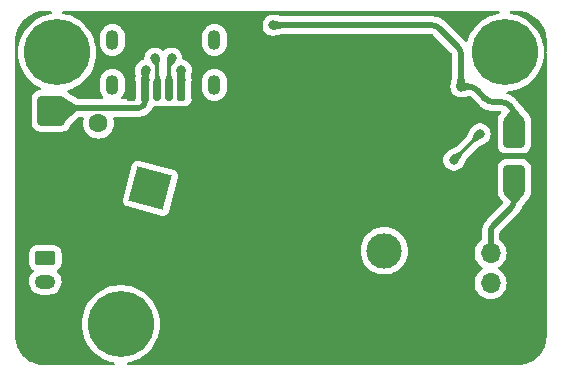
<source format=gbr>
%TF.GenerationSoftware,KiCad,Pcbnew,7.0.8*%
%TF.CreationDate,2025-01-10T13:03:08+01:00*%
%TF.ProjectId,LIR2032-charger,4c495232-3033-4322-9d63-686172676572,rev?*%
%TF.SameCoordinates,Original*%
%TF.FileFunction,Copper,L2,Bot*%
%TF.FilePolarity,Positive*%
%FSLAX46Y46*%
G04 Gerber Fmt 4.6, Leading zero omitted, Abs format (unit mm)*
G04 Created by KiCad (PCBNEW 7.0.8) date 2025-01-10 13:03:08*
%MOMM*%
%LPD*%
G01*
G04 APERTURE LIST*
G04 Aperture macros list*
%AMRoundRect*
0 Rectangle with rounded corners*
0 $1 Rounding radius*
0 $2 $3 $4 $5 $6 $7 $8 $9 X,Y pos of 4 corners*
0 Add a 4 corners polygon primitive as box body*
4,1,4,$2,$3,$4,$5,$6,$7,$8,$9,$2,$3,0*
0 Add four circle primitives for the rounded corners*
1,1,$1+$1,$2,$3*
1,1,$1+$1,$4,$5*
1,1,$1+$1,$6,$7*
1,1,$1+$1,$8,$9*
0 Add four rect primitives between the rounded corners*
20,1,$1+$1,$2,$3,$4,$5,0*
20,1,$1+$1,$4,$5,$6,$7,0*
20,1,$1+$1,$6,$7,$8,$9,0*
20,1,$1+$1,$8,$9,$2,$3,0*%
%AMRotRect*
0 Rectangle, with rotation*
0 The origin of the aperture is its center*
0 $1 length*
0 $2 width*
0 $3 Rotation angle, in degrees counterclockwise*
0 Add horizontal line*
21,1,$1,$2,0,0,$3*%
G04 Aperture macros list end*
%TA.AperFunction,ComponentPad*%
%ADD10R,1.700000X1.700000*%
%TD*%
%TA.AperFunction,ComponentPad*%
%ADD11O,1.700000X1.700000*%
%TD*%
%TA.AperFunction,ComponentPad*%
%ADD12C,5.600000*%
%TD*%
%TA.AperFunction,ComponentPad*%
%ADD13RotRect,3.000000X3.000000X345.000000*%
%TD*%
%TA.AperFunction,ComponentPad*%
%ADD14C,3.000000*%
%TD*%
%TA.AperFunction,ComponentPad*%
%ADD15C,1.600000*%
%TD*%
%TA.AperFunction,ComponentPad*%
%ADD16O,1.600000X1.600000*%
%TD*%
%TA.AperFunction,SMDPad,CuDef*%
%ADD17RoundRect,0.250000X0.900000X-1.000000X0.900000X1.000000X-0.900000X1.000000X-0.900000X-1.000000X0*%
%TD*%
%TA.AperFunction,SMDPad,CuDef*%
%ADD18RoundRect,0.175000X-0.175000X-0.750000X0.175000X-0.750000X0.175000X0.750000X-0.175000X0.750000X0*%
%TD*%
%TA.AperFunction,SMDPad,CuDef*%
%ADD19RoundRect,0.190000X0.190000X0.735000X-0.190000X0.735000X-0.190000X-0.735000X0.190000X-0.735000X0*%
%TD*%
%TA.AperFunction,SMDPad,CuDef*%
%ADD20RoundRect,0.200000X0.200000X0.725000X-0.200000X0.725000X-0.200000X-0.725000X0.200000X-0.725000X0*%
%TD*%
%TA.AperFunction,SMDPad,CuDef*%
%ADD21RoundRect,0.175000X0.175000X0.750000X-0.175000X0.750000X-0.175000X-0.750000X0.175000X-0.750000X0*%
%TD*%
%TA.AperFunction,SMDPad,CuDef*%
%ADD22RoundRect,0.190000X-0.190000X-0.735000X0.190000X-0.735000X0.190000X0.735000X-0.190000X0.735000X0*%
%TD*%
%TA.AperFunction,SMDPad,CuDef*%
%ADD23RoundRect,0.200000X-0.200000X-0.725000X0.200000X-0.725000X0.200000X0.725000X-0.200000X0.725000X0*%
%TD*%
%TA.AperFunction,ComponentPad*%
%ADD24O,1.100000X1.700000*%
%TD*%
%TA.AperFunction,ComponentPad*%
%ADD25RoundRect,0.250000X-0.625000X0.350000X-0.625000X-0.350000X0.625000X-0.350000X0.625000X0.350000X0*%
%TD*%
%TA.AperFunction,ComponentPad*%
%ADD26O,1.750000X1.200000*%
%TD*%
%TA.AperFunction,SMDPad,CuDef*%
%ADD27RoundRect,0.250000X0.650000X-1.000000X0.650000X1.000000X-0.650000X1.000000X-0.650000X-1.000000X0*%
%TD*%
%TA.AperFunction,ViaPad*%
%ADD28C,0.800000*%
%TD*%
%TA.AperFunction,Conductor*%
%ADD29C,0.500000*%
%TD*%
%TA.AperFunction,Conductor*%
%ADD30C,0.300000*%
%TD*%
G04 APERTURE END LIST*
D10*
%TO.P,J3,1,Pin_1*%
%TO.N,GND*%
X156300000Y-73680000D03*
D11*
%TO.P,J3,2,Pin_2*%
%TO.N,VCC*%
X156300000Y-71140000D03*
%TO.P,J3,3,Pin_3*%
X156300000Y-68600000D03*
%TD*%
D12*
%TO.P,H3,1*%
%TO.N,N/C*%
X125000000Y-74600000D03*
%TD*%
%TO.P,H1,1*%
%TO.N,N/C*%
X157500000Y-51600000D03*
%TD*%
%TO.P,H2,1*%
%TO.N,N/C*%
X119600000Y-51600000D03*
%TD*%
D13*
%TO.P,J1,1,Pin_1*%
%TO.N,+BATT*%
X127508180Y-63096798D03*
D14*
%TO.P,J1,2,Pin_2*%
%TO.N,-BATT*%
X147300000Y-68400000D03*
%TD*%
D15*
%TO.P,R13,1*%
%TO.N,Net-(U1-PROG)*%
X123100000Y-57590000D03*
D16*
%TO.P,R13,2*%
%TO.N,GND*%
X123100000Y-65210000D03*
%TD*%
D17*
%TO.P,D4,1,A1*%
%TO.N,GND*%
X119100000Y-60850000D03*
%TO.P,D4,2,A2*%
%TO.N,VBUS*%
X119100000Y-56550000D03*
%TD*%
D18*
%TO.P,J4,A5,CC1*%
%TO.N,Net-(J4-CC1)*%
X128100000Y-54752500D03*
D19*
%TO.P,J4,A9,VBUS*%
%TO.N,VBUS*%
X130120000Y-54752500D03*
D20*
%TO.P,J4,A12,GND*%
%TO.N,GND*%
X131350000Y-54752500D03*
D21*
%TO.P,J4,B5,CC2*%
%TO.N,Net-(J4-CC2)*%
X129100000Y-54752500D03*
D22*
%TO.P,J4,B9,VBUS*%
%TO.N,VBUS*%
X127080000Y-54752500D03*
D23*
%TO.P,J4,B12,GND*%
%TO.N,GND*%
X125850000Y-54752500D03*
D24*
%TO.P,J4,S1,SHIELD*%
%TO.N,unconnected-(J4-SHIELD-PadS1)*%
X124280000Y-50547500D03*
X124280000Y-54347500D03*
X132920000Y-50547500D03*
X132920000Y-54347500D03*
%TD*%
D25*
%TO.P,J2,1,Pin_1*%
%TO.N,+BATT*%
X118600000Y-69000000D03*
D26*
%TO.P,J2,2,Pin_2*%
%TO.N,-BATT*%
X118600000Y-71000000D03*
%TD*%
D27*
%TO.P,D1,1,K*%
%TO.N,VCC*%
X158300000Y-62400000D03*
%TO.P,D1,2,A*%
%TO.N,VBUS*%
X158300000Y-58400000D03*
%TD*%
D28*
%TO.N,GND*%
X140100000Y-76700000D03*
X136500000Y-76000000D03*
X143800000Y-67400000D03*
X137900000Y-57600000D03*
X129400000Y-60500000D03*
X125300000Y-59900000D03*
X123100000Y-59900000D03*
X123100000Y-61400000D03*
X123100000Y-62900000D03*
X120500000Y-76300000D03*
X117400000Y-76300000D03*
X157300000Y-77100000D03*
X160200000Y-64900000D03*
X159900000Y-55400000D03*
X154100000Y-49000000D03*
X152100000Y-64900000D03*
X151500000Y-61900000D03*
X150600000Y-60600000D03*
X153900000Y-73600000D03*
X117300000Y-62900000D03*
X150600000Y-77100000D03*
X147100000Y-73600000D03*
X150200000Y-64000000D03*
X129400000Y-58800000D03*
X150200000Y-53000000D03*
X152200000Y-54500000D03*
X119100000Y-64300000D03*
X150200000Y-65200000D03*
X126700000Y-59200000D03*
X124300000Y-48800000D03*
X151200000Y-52300000D03*
X151200000Y-53700000D03*
X124600000Y-52400000D03*
X151900000Y-71800000D03*
X143400000Y-62400000D03*
X137900000Y-55000000D03*
X119100000Y-62900000D03*
X131500000Y-57700000D03*
X148800000Y-62400000D03*
X150500000Y-70100000D03*
X148600000Y-71800000D03*
X147100000Y-77100000D03*
X119100000Y-65700000D03*
X125600000Y-53100000D03*
X155000000Y-57000000D03*
X134400000Y-55100000D03*
X140120000Y-71400000D03*
X134400000Y-57800000D03*
X135800000Y-53600000D03*
X137200000Y-53600000D03*
X117300000Y-64300000D03*
X125900000Y-52000000D03*
X143000000Y-60200000D03*
X120900000Y-65700000D03*
X147600000Y-57200000D03*
X151200000Y-50900000D03*
X148600000Y-75300000D03*
X149900000Y-57200000D03*
X120900000Y-64300000D03*
X134400000Y-53600000D03*
X152200000Y-53100000D03*
X145100000Y-75300000D03*
X117300000Y-65700000D03*
X150600000Y-73600000D03*
X151900000Y-75300000D03*
X131700000Y-53000000D03*
X120900000Y-62900000D03*
X151000000Y-56300000D03*
X132900000Y-48800000D03*
X153900000Y-77100000D03*
X150200000Y-66400000D03*
X152200000Y-51800000D03*
%TO.N,VBUS*%
X153800000Y-54500000D03*
X137900000Y-49300000D03*
X130100000Y-53100000D03*
X127100000Y-53100000D03*
%TO.N,Net-(Q1-G)*%
X155400000Y-58500000D03*
X153200000Y-60700000D03*
%TO.N,Net-(J4-CC1)*%
X127900000Y-52100000D03*
%TO.N,Net-(J4-CC2)*%
X129300000Y-52100000D03*
%TD*%
D29*
%TO.N,VCC*%
X158300000Y-62400000D02*
X158300000Y-64085786D01*
X156300000Y-66914214D02*
X156300000Y-68560000D01*
X158007107Y-64792893D02*
X156592893Y-66207107D01*
X156592886Y-66207100D02*
G75*
G03*
X156300000Y-66914214I707114J-707100D01*
G01*
X158007114Y-64792900D02*
G75*
G03*
X158300000Y-64085786I-707114J707100D01*
G01*
%TO.N,VBUS*%
X127080000Y-54752500D02*
X127080000Y-53120000D01*
X157892893Y-56092893D02*
X158007107Y-56207107D01*
X153800000Y-54500000D02*
X154435786Y-54500000D01*
X151992893Y-49592893D02*
X153507107Y-51107107D01*
X153800000Y-51814214D02*
X153800000Y-54500000D01*
X119203553Y-56446447D02*
X119100000Y-56550000D01*
X137900000Y-49300000D02*
X151285786Y-49300000D01*
X127080000Y-53120000D02*
X127100000Y-53100000D01*
X155142893Y-54792893D02*
X155857107Y-55507107D01*
X126492893Y-56300000D02*
X119557107Y-56300000D01*
X130100000Y-53100000D02*
X130100000Y-54732500D01*
X126933553Y-56066447D02*
X126846446Y-56153554D01*
X130100000Y-54732500D02*
X130120000Y-54752500D01*
X158300000Y-56914214D02*
X158300000Y-58400000D01*
X156564214Y-55800000D02*
X157185786Y-55800000D01*
X127080000Y-54752500D02*
X127080000Y-55712893D01*
X153799990Y-51814214D02*
G75*
G03*
X153507107Y-51107107I-999990J14D01*
G01*
X119557107Y-56300005D02*
G75*
G03*
X119203553Y-56446447I-7J-499995D01*
G01*
X151992900Y-49592886D02*
G75*
G03*
X151285786Y-49300000I-707100J-707114D01*
G01*
X158299990Y-56914214D02*
G75*
G03*
X158007107Y-56207107I-999990J14D01*
G01*
X157892900Y-56092886D02*
G75*
G03*
X157185786Y-55800000I-707100J-707114D01*
G01*
X155857100Y-55507114D02*
G75*
G03*
X156564214Y-55800000I707100J707114D01*
G01*
X126492893Y-56299995D02*
G75*
G03*
X126846446Y-56153554I7J499995D01*
G01*
X155142900Y-54792886D02*
G75*
G03*
X154435786Y-54500000I-707100J-707114D01*
G01*
X126933556Y-56066450D02*
G75*
G03*
X127080000Y-55712893I-353556J353550D01*
G01*
D30*
%TO.N,Net-(Q1-G)*%
X155400000Y-58500000D02*
X153200000Y-60700000D01*
%TO.N,Net-(J4-CC1)*%
X127900000Y-52100000D02*
X128100000Y-52300000D01*
X128100000Y-52300000D02*
X128100000Y-54752500D01*
%TO.N,Net-(J4-CC2)*%
X129300000Y-52100000D02*
X129100000Y-52300000D01*
X129100000Y-52300000D02*
X129100000Y-54752500D01*
%TD*%
%TA.AperFunction,Conductor*%
%TO.N,GND*%
G36*
X119122765Y-48110185D02*
G01*
X119168520Y-48162989D01*
X119178464Y-48232147D01*
X119149439Y-48295703D01*
X119090661Y-48333477D01*
X119069133Y-48337773D01*
X119065255Y-48338194D01*
X118715726Y-48415131D01*
X118459970Y-48501306D01*
X118376565Y-48529409D01*
X118376563Y-48529410D01*
X118376552Y-48529414D01*
X118051755Y-48679680D01*
X118051751Y-48679682D01*
X117901800Y-48769905D01*
X117745081Y-48864200D01*
X117721796Y-48881901D01*
X117460172Y-49080781D01*
X117460163Y-49080789D01*
X117200331Y-49326914D01*
X116968641Y-49599680D01*
X116968634Y-49599690D01*
X116767790Y-49895913D01*
X116767784Y-49895922D01*
X116600151Y-50212111D01*
X116600142Y-50212129D01*
X116467674Y-50544600D01*
X116467672Y-50544607D01*
X116371932Y-50889434D01*
X116371926Y-50889460D01*
X116314029Y-51242614D01*
X116314028Y-51242627D01*
X116314028Y-51242629D01*
X116310058Y-51315848D01*
X116298318Y-51532382D01*
X116275033Y-51598258D01*
X116269699Y-51602395D01*
X116293477Y-51639395D01*
X116298318Y-51667617D01*
X116310542Y-51893084D01*
X116314028Y-51957368D01*
X116314029Y-51957385D01*
X116371926Y-52310539D01*
X116371932Y-52310565D01*
X116467672Y-52655392D01*
X116467674Y-52655399D01*
X116600142Y-52987870D01*
X116600151Y-52987888D01*
X116767784Y-53304077D01*
X116767787Y-53304082D01*
X116767789Y-53304085D01*
X116962561Y-53591353D01*
X116968634Y-53600309D01*
X116968641Y-53600319D01*
X117177931Y-53846714D01*
X117200332Y-53873086D01*
X117460163Y-54119211D01*
X117745081Y-54335800D01*
X118051747Y-54520315D01*
X118153298Y-54567297D01*
X118205875Y-54613310D01*
X118225229Y-54680446D01*
X118205215Y-54747388D01*
X118152187Y-54792882D01*
X118113833Y-54803194D01*
X118047202Y-54810001D01*
X118047200Y-54810001D01*
X117880668Y-54865185D01*
X117880663Y-54865187D01*
X117731342Y-54957289D01*
X117607289Y-55081342D01*
X117515187Y-55230663D01*
X117515185Y-55230668D01*
X117514097Y-55233952D01*
X117460001Y-55397203D01*
X117460001Y-55397204D01*
X117460000Y-55397204D01*
X117449500Y-55499983D01*
X117449500Y-57600001D01*
X117449501Y-57600018D01*
X117460000Y-57702796D01*
X117460001Y-57702799D01*
X117501195Y-57827112D01*
X117515186Y-57869334D01*
X117607288Y-58018656D01*
X117731344Y-58142712D01*
X117880666Y-58234814D01*
X118047203Y-58289999D01*
X118149991Y-58300500D01*
X120050008Y-58300499D01*
X120152797Y-58289999D01*
X120319334Y-58234814D01*
X120468656Y-58142712D01*
X120592712Y-58018656D01*
X120684814Y-57869334D01*
X120739999Y-57702797D01*
X120739999Y-57702787D01*
X120740991Y-57698157D01*
X120774267Y-57636720D01*
X120780686Y-57630700D01*
X121283066Y-57192147D01*
X121410291Y-57081086D01*
X121473740Y-57051828D01*
X121491837Y-57050500D01*
X121736581Y-57050500D01*
X121803620Y-57070185D01*
X121849375Y-57122989D01*
X121859319Y-57192147D01*
X121856356Y-57206593D01*
X121814366Y-57363302D01*
X121814364Y-57363313D01*
X121794532Y-57589998D01*
X121794532Y-57590001D01*
X121814364Y-57816686D01*
X121814366Y-57816697D01*
X121873258Y-58036488D01*
X121873261Y-58036497D01*
X121969431Y-58242732D01*
X121969432Y-58242734D01*
X122099954Y-58429141D01*
X122260858Y-58590045D01*
X122260861Y-58590047D01*
X122447266Y-58720568D01*
X122653504Y-58816739D01*
X122873308Y-58875635D01*
X123035230Y-58889801D01*
X123099998Y-58895468D01*
X123100000Y-58895468D01*
X123100002Y-58895468D01*
X123156673Y-58890509D01*
X123326692Y-58875635D01*
X123546496Y-58816739D01*
X123752734Y-58720568D01*
X123939139Y-58590047D01*
X124100047Y-58429139D01*
X124230568Y-58242734D01*
X124326739Y-58036496D01*
X124385635Y-57816692D01*
X124405468Y-57590000D01*
X124385635Y-57363308D01*
X124343644Y-57206593D01*
X124345307Y-57136743D01*
X124384470Y-57078881D01*
X124448698Y-57051377D01*
X124463419Y-57050500D01*
X126538663Y-57050500D01*
X126538796Y-57050495D01*
X126591299Y-57050497D01*
X126785709Y-57019708D01*
X126972909Y-56958885D01*
X127148289Y-56869527D01*
X127307532Y-56753834D01*
X127308016Y-56753349D01*
X127308034Y-56753335D01*
X127398253Y-56663114D01*
X127398258Y-56663110D01*
X127408464Y-56652904D01*
X127408465Y-56652904D01*
X127418137Y-56643231D01*
X127427920Y-56633449D01*
X127427933Y-56633441D01*
X127464244Y-56597129D01*
X127464245Y-56597130D01*
X127533836Y-56527538D01*
X127549916Y-56505403D01*
X127553939Y-56500430D01*
X127558608Y-56495231D01*
X127562915Y-56487966D01*
X127566083Y-56483150D01*
X127649530Y-56368294D01*
X127713862Y-56242030D01*
X127761835Y-56191235D01*
X127829655Y-56174439D01*
X127835556Y-56174833D01*
X127870406Y-56178000D01*
X127870409Y-56178000D01*
X128329591Y-56178000D01*
X128329594Y-56178000D01*
X128397657Y-56171815D01*
X128481088Y-56145816D01*
X128561432Y-56120781D01*
X128562286Y-56123521D01*
X128618273Y-56115764D01*
X128638299Y-56121643D01*
X128638568Y-56120781D01*
X128738236Y-56151838D01*
X128802343Y-56171815D01*
X128870406Y-56178000D01*
X128870409Y-56178000D01*
X129329591Y-56178000D01*
X129329594Y-56178000D01*
X129397657Y-56171815D01*
X129481088Y-56145816D01*
X129561432Y-56120781D01*
X129562209Y-56123277D01*
X129619104Y-56115404D01*
X129637697Y-56119662D01*
X129644528Y-56121790D01*
X129644529Y-56121791D01*
X129804620Y-56171677D01*
X129874199Y-56178000D01*
X130365800Y-56177999D01*
X130365808Y-56177999D01*
X130435376Y-56171678D01*
X130435383Y-56171676D01*
X130595471Y-56121791D01*
X130738972Y-56035042D01*
X130857542Y-55916472D01*
X130944291Y-55772971D01*
X130994177Y-55612880D01*
X131000500Y-55543301D01*
X131000499Y-54699104D01*
X131869500Y-54699104D01*
X131884699Y-54853432D01*
X131898977Y-54900500D01*
X131944768Y-55051454D01*
X132042315Y-55233950D01*
X132042317Y-55233952D01*
X132173589Y-55393910D01*
X132270209Y-55473202D01*
X132333550Y-55525185D01*
X132516046Y-55622732D01*
X132714066Y-55682800D01*
X132714065Y-55682800D01*
X132732529Y-55684618D01*
X132920000Y-55703083D01*
X133125934Y-55682800D01*
X133323954Y-55622732D01*
X133506450Y-55525185D01*
X133666410Y-55393910D01*
X133797685Y-55233950D01*
X133895232Y-55051454D01*
X133955300Y-54853434D01*
X133970500Y-54699108D01*
X133970500Y-53995892D01*
X133955300Y-53841566D01*
X133895232Y-53643546D01*
X133797685Y-53461050D01*
X133745702Y-53397709D01*
X133666410Y-53301089D01*
X133537160Y-53195018D01*
X133506450Y-53169815D01*
X133323954Y-53072268D01*
X133125934Y-53012200D01*
X133125932Y-53012199D01*
X133125934Y-53012199D01*
X132920000Y-52991917D01*
X132714067Y-53012199D01*
X132516043Y-53072269D01*
X132405898Y-53131143D01*
X132333550Y-53169815D01*
X132333548Y-53169816D01*
X132333547Y-53169817D01*
X132173589Y-53301089D01*
X132042317Y-53461047D01*
X131944769Y-53643543D01*
X131884699Y-53841567D01*
X131869500Y-53995895D01*
X131869500Y-54699104D01*
X131000499Y-54699104D01*
X131000499Y-53961700D01*
X131000499Y-53961699D01*
X131000499Y-53961691D01*
X130994178Y-53892127D01*
X130994177Y-53892125D01*
X130994177Y-53892120D01*
X130978241Y-53840982D01*
X130973570Y-53819347D01*
X130972140Y-53807803D01*
X130925984Y-53638459D01*
X130923745Y-53583005D01*
X130969183Y-53340667D01*
X130971152Y-53332946D01*
X130985674Y-53288256D01*
X130993913Y-53209855D01*
X130994630Y-53204947D01*
X130996384Y-53195598D01*
X130999604Y-53172669D01*
X131000888Y-53159016D01*
X131000825Y-53147673D01*
X131001162Y-53140877D01*
X131005460Y-53100000D01*
X130985674Y-52911744D01*
X130927179Y-52731716D01*
X130832533Y-52567784D01*
X130705871Y-52427112D01*
X130705870Y-52427111D01*
X130552734Y-52315851D01*
X130552729Y-52315848D01*
X130379807Y-52238857D01*
X130379802Y-52238855D01*
X130303679Y-52222675D01*
X130242197Y-52189482D01*
X130208421Y-52128319D01*
X130205460Y-52101385D01*
X130205460Y-52100002D01*
X130205460Y-52100000D01*
X130185674Y-51911744D01*
X130127179Y-51731716D01*
X130032533Y-51567784D01*
X129905871Y-51427112D01*
X129905863Y-51427106D01*
X129752734Y-51315851D01*
X129752729Y-51315848D01*
X129579807Y-51238857D01*
X129579802Y-51238855D01*
X129434001Y-51207865D01*
X129394646Y-51199500D01*
X129205354Y-51199500D01*
X129172897Y-51206398D01*
X129020197Y-51238855D01*
X129020192Y-51238857D01*
X128847270Y-51315848D01*
X128847265Y-51315851D01*
X128694135Y-51427106D01*
X128694122Y-51427117D01*
X128692144Y-51429315D01*
X128690683Y-51430214D01*
X128689305Y-51431456D01*
X128689077Y-51431203D01*
X128632655Y-51465960D01*
X128562798Y-51464625D01*
X128510875Y-51431255D01*
X128510695Y-51431456D01*
X128509467Y-51430350D01*
X128507856Y-51429315D01*
X128505877Y-51427117D01*
X128505864Y-51427106D01*
X128352734Y-51315851D01*
X128352729Y-51315848D01*
X128179807Y-51238857D01*
X128179802Y-51238855D01*
X128034001Y-51207865D01*
X127994646Y-51199500D01*
X127805354Y-51199500D01*
X127772897Y-51206398D01*
X127620197Y-51238855D01*
X127620192Y-51238857D01*
X127447270Y-51315848D01*
X127447265Y-51315851D01*
X127294129Y-51427111D01*
X127167466Y-51567785D01*
X127072821Y-51731715D01*
X127072818Y-51731722D01*
X127019174Y-51896822D01*
X127014326Y-51911744D01*
X126994540Y-52100000D01*
X126994540Y-52100002D01*
X126994540Y-52101385D01*
X126994313Y-52102155D01*
X126993861Y-52106463D01*
X126993073Y-52106380D01*
X126974855Y-52168424D01*
X126922051Y-52214179D01*
X126896321Y-52222675D01*
X126820197Y-52238855D01*
X126820192Y-52238857D01*
X126647270Y-52315848D01*
X126647265Y-52315851D01*
X126494129Y-52427111D01*
X126367466Y-52567785D01*
X126272821Y-52731715D01*
X126272818Y-52731722D01*
X126214327Y-52911740D01*
X126214326Y-52911744D01*
X126205900Y-52991917D01*
X126194540Y-53100001D01*
X126202776Y-53178374D01*
X126203105Y-53183671D01*
X126203321Y-53195018D01*
X126203322Y-53195026D01*
X126206419Y-53213994D01*
X126206886Y-53217482D01*
X126214325Y-53288254D01*
X126214326Y-53288257D01*
X126219889Y-53305380D01*
X126224336Y-53323708D01*
X126268046Y-53591353D01*
X126266450Y-53639400D01*
X126222974Y-53826534D01*
X126217673Y-53851664D01*
X126217293Y-53851583D01*
X126214604Y-53863937D01*
X126205824Y-53892113D01*
X126205823Y-53892119D01*
X126205823Y-53892120D01*
X126199500Y-53961699D01*
X126199500Y-54747388D01*
X126199501Y-55425500D01*
X126179816Y-55492539D01*
X126127013Y-55538294D01*
X126075501Y-55549500D01*
X125160897Y-55549500D01*
X125093858Y-55529815D01*
X125048103Y-55477011D01*
X125038159Y-55407853D01*
X125065043Y-55346836D01*
X125116486Y-55284151D01*
X125157685Y-55233950D01*
X125255232Y-55051454D01*
X125315300Y-54853434D01*
X125330500Y-54699108D01*
X125330500Y-53995892D01*
X125315300Y-53841566D01*
X125255232Y-53643546D01*
X125157685Y-53461050D01*
X125105702Y-53397709D01*
X125026410Y-53301089D01*
X124897160Y-53195018D01*
X124866450Y-53169815D01*
X124683954Y-53072268D01*
X124485934Y-53012200D01*
X124485932Y-53012199D01*
X124485934Y-53012199D01*
X124280000Y-52991917D01*
X124074067Y-53012199D01*
X123876043Y-53072269D01*
X123765898Y-53131143D01*
X123693550Y-53169815D01*
X123693548Y-53169816D01*
X123693547Y-53169817D01*
X123533589Y-53301089D01*
X123402317Y-53461047D01*
X123304769Y-53643543D01*
X123244699Y-53841567D01*
X123229500Y-53995895D01*
X123229500Y-54699104D01*
X123244699Y-54853432D01*
X123258977Y-54900500D01*
X123304768Y-55051454D01*
X123402315Y-55233950D01*
X123402317Y-55233952D01*
X123494957Y-55346836D01*
X123522269Y-55411146D01*
X123510478Y-55480013D01*
X123463325Y-55531573D01*
X123399103Y-55549500D01*
X121434481Y-55549500D01*
X121370092Y-55531472D01*
X121078342Y-55354204D01*
X120979034Y-55293864D01*
X120548854Y-55032485D01*
X120525562Y-55014194D01*
X120484984Y-54973616D01*
X120451499Y-54912293D01*
X120456483Y-54842601D01*
X120498355Y-54786668D01*
X120533069Y-54768426D01*
X120823435Y-54670591D01*
X121148253Y-54520315D01*
X121454919Y-54335800D01*
X121739837Y-54119211D01*
X121999668Y-53873086D01*
X122231365Y-53600311D01*
X122432211Y-53304085D01*
X122599853Y-52987880D01*
X122732324Y-52655403D01*
X122828071Y-52310552D01*
X122885972Y-51957371D01*
X122905348Y-51600000D01*
X122885972Y-51242629D01*
X122885353Y-51238856D01*
X122829654Y-50899104D01*
X123229500Y-50899104D01*
X123244699Y-51053432D01*
X123244700Y-51053434D01*
X123304768Y-51251454D01*
X123402315Y-51433950D01*
X123402317Y-51433952D01*
X123533589Y-51593910D01*
X123623403Y-51667617D01*
X123693550Y-51725185D01*
X123876046Y-51822732D01*
X124074066Y-51882800D01*
X124074065Y-51882800D01*
X124092529Y-51884618D01*
X124280000Y-51903083D01*
X124485934Y-51882800D01*
X124683954Y-51822732D01*
X124866450Y-51725185D01*
X125026410Y-51593910D01*
X125157685Y-51433950D01*
X125255232Y-51251454D01*
X125315300Y-51053434D01*
X125330500Y-50899108D01*
X125330500Y-50899104D01*
X131869500Y-50899104D01*
X131884699Y-51053432D01*
X131884700Y-51053434D01*
X131944768Y-51251454D01*
X132042315Y-51433950D01*
X132042317Y-51433952D01*
X132173589Y-51593910D01*
X132263403Y-51667617D01*
X132333550Y-51725185D01*
X132516046Y-51822732D01*
X132714066Y-51882800D01*
X132714065Y-51882800D01*
X132732529Y-51884618D01*
X132920000Y-51903083D01*
X133125934Y-51882800D01*
X133323954Y-51822732D01*
X133506450Y-51725185D01*
X133666410Y-51593910D01*
X133797685Y-51433950D01*
X133895232Y-51251454D01*
X133955300Y-51053434D01*
X133970500Y-50899108D01*
X133970500Y-50195892D01*
X133955300Y-50041566D01*
X133895232Y-49843546D01*
X133797685Y-49661050D01*
X133693014Y-49533507D01*
X133666410Y-49501089D01*
X133548677Y-49404469D01*
X133506450Y-49369815D01*
X133323954Y-49272268D01*
X133125934Y-49212200D01*
X133125932Y-49212199D01*
X133125934Y-49212199D01*
X132920000Y-49191917D01*
X132714067Y-49212199D01*
X132516043Y-49272269D01*
X132413811Y-49326914D01*
X132333550Y-49369815D01*
X132333548Y-49369816D01*
X132333547Y-49369817D01*
X132173589Y-49501089D01*
X132042317Y-49661047D01*
X132042315Y-49661050D01*
X132034873Y-49674973D01*
X131944769Y-49843543D01*
X131884699Y-50041567D01*
X131869500Y-50195895D01*
X131869500Y-50899104D01*
X125330500Y-50899104D01*
X125330500Y-50195892D01*
X125315300Y-50041566D01*
X125255232Y-49843546D01*
X125157685Y-49661050D01*
X125053014Y-49533507D01*
X125026410Y-49501089D01*
X124908677Y-49404469D01*
X124866450Y-49369815D01*
X124683954Y-49272268D01*
X124485934Y-49212200D01*
X124485932Y-49212199D01*
X124485934Y-49212199D01*
X124280000Y-49191917D01*
X124074067Y-49212199D01*
X123876043Y-49272269D01*
X123773811Y-49326914D01*
X123693550Y-49369815D01*
X123693548Y-49369816D01*
X123693547Y-49369817D01*
X123533589Y-49501089D01*
X123402317Y-49661047D01*
X123402315Y-49661050D01*
X123394873Y-49674973D01*
X123304769Y-49843543D01*
X123244699Y-50041567D01*
X123229500Y-50195895D01*
X123229500Y-50899104D01*
X122829654Y-50899104D01*
X122828073Y-50889460D01*
X122828072Y-50889459D01*
X122828071Y-50889448D01*
X122766684Y-50668350D01*
X122732327Y-50544607D01*
X122732325Y-50544600D01*
X122599857Y-50212129D01*
X122599848Y-50212111D01*
X122575981Y-50167094D01*
X122483062Y-49991830D01*
X122432215Y-49895922D01*
X122432213Y-49895919D01*
X122432211Y-49895915D01*
X122231365Y-49599689D01*
X122231361Y-49599684D01*
X122231358Y-49599680D01*
X121999668Y-49326914D01*
X121941979Y-49272268D01*
X121739837Y-49080789D01*
X121739830Y-49080783D01*
X121739827Y-49080781D01*
X121672245Y-49029407D01*
X121454919Y-48864200D01*
X121148253Y-48679685D01*
X121148252Y-48679684D01*
X121148248Y-48679682D01*
X121148244Y-48679680D01*
X120823447Y-48529414D01*
X120823441Y-48529411D01*
X120823435Y-48529409D01*
X120653854Y-48472270D01*
X120484273Y-48415131D01*
X120134744Y-48338194D01*
X120130867Y-48337773D01*
X120066349Y-48310956D01*
X120026571Y-48253514D01*
X120024164Y-48183686D01*
X120059890Y-48123641D01*
X120122408Y-48092443D01*
X120144274Y-48090500D01*
X156955726Y-48090500D01*
X157022765Y-48110185D01*
X157068520Y-48162989D01*
X157078464Y-48232147D01*
X157049439Y-48295703D01*
X156990661Y-48333477D01*
X156969133Y-48337773D01*
X156965255Y-48338194D01*
X156615726Y-48415131D01*
X156359970Y-48501306D01*
X156276565Y-48529409D01*
X156276563Y-48529410D01*
X156276552Y-48529414D01*
X155951755Y-48679680D01*
X155951751Y-48679682D01*
X155801800Y-48769905D01*
X155645081Y-48864200D01*
X155621796Y-48881901D01*
X155360172Y-49080781D01*
X155360163Y-49080789D01*
X155100331Y-49326914D01*
X154868641Y-49599680D01*
X154868634Y-49599690D01*
X154667790Y-49895913D01*
X154667784Y-49895922D01*
X154500151Y-50212111D01*
X154500142Y-50212129D01*
X154367674Y-50544599D01*
X154345062Y-50626041D01*
X154308159Y-50685370D01*
X154245039Y-50715330D01*
X154175741Y-50706408D01*
X154127204Y-50668350D01*
X154118927Y-50657562D01*
X154101314Y-50639948D01*
X154101292Y-50639923D01*
X152561883Y-49100515D01*
X152561867Y-49100486D01*
X152523577Y-49062197D01*
X152523578Y-49062197D01*
X152442448Y-48981069D01*
X152442446Y-48981067D01*
X152260400Y-48841382D01*
X152260399Y-48841381D01*
X152260396Y-48841379D01*
X152061669Y-48726647D01*
X152061663Y-48726644D01*
X152061656Y-48726641D01*
X151849667Y-48638834D01*
X151849663Y-48638833D01*
X151628014Y-48579446D01*
X151628012Y-48579445D01*
X151400520Y-48549499D01*
X151400515Y-48549498D01*
X151400510Y-48549498D01*
X151400502Y-48549498D01*
X151285775Y-48549500D01*
X138785176Y-48549500D01*
X138762324Y-48547376D01*
X138151768Y-48432897D01*
X137994646Y-48399500D01*
X137966069Y-48399500D01*
X137960277Y-48399229D01*
X137958849Y-48399095D01*
X137958847Y-48399095D01*
X137886570Y-48399500D01*
X137805354Y-48399500D01*
X137790078Y-48402747D01*
X137620197Y-48438855D01*
X137620192Y-48438857D01*
X137447270Y-48515848D01*
X137447265Y-48515851D01*
X137294129Y-48627111D01*
X137167466Y-48767785D01*
X137072821Y-48931715D01*
X137072818Y-48931722D01*
X137014327Y-49111740D01*
X137014326Y-49111744D01*
X136994540Y-49300000D01*
X137014326Y-49488256D01*
X137014327Y-49488259D01*
X137072818Y-49668277D01*
X137072821Y-49668284D01*
X137167467Y-49832216D01*
X137289735Y-49968008D01*
X137294129Y-49972888D01*
X137447265Y-50084148D01*
X137447270Y-50084151D01*
X137620192Y-50161142D01*
X137620197Y-50161144D01*
X137805354Y-50200500D01*
X137805355Y-50200500D01*
X137994644Y-50200500D01*
X137994646Y-50200500D01*
X138151809Y-50167094D01*
X138762318Y-50052624D01*
X138785170Y-50050500D01*
X151206911Y-50050500D01*
X151206916Y-50050501D01*
X151281731Y-50050500D01*
X151289829Y-50051030D01*
X151334187Y-50056870D01*
X151365449Y-50065245D01*
X151395465Y-50077678D01*
X151423495Y-50093859D01*
X151458939Y-50121056D01*
X151465029Y-50126397D01*
X152973547Y-51634915D01*
X152978889Y-51641007D01*
X153006131Y-51676509D01*
X153022313Y-51704539D01*
X153034742Y-51734546D01*
X153043121Y-51765817D01*
X153048968Y-51810247D01*
X153049499Y-51818346D01*
X153049499Y-51896822D01*
X153049500Y-51896839D01*
X153049500Y-53614823D01*
X153047376Y-53637675D01*
X152930817Y-54259322D01*
X152928843Y-54267061D01*
X152914326Y-54311743D01*
X152914325Y-54311746D01*
X152906088Y-54390114D01*
X152905367Y-54395049D01*
X152903618Y-54404389D01*
X152903616Y-54404399D01*
X152900396Y-54427323D01*
X152900396Y-54427322D01*
X152899111Y-54440978D01*
X152899110Y-54440997D01*
X152899172Y-54452327D01*
X152898833Y-54459144D01*
X152895590Y-54490007D01*
X152894540Y-54500000D01*
X152914326Y-54688256D01*
X152914327Y-54688259D01*
X152972818Y-54868277D01*
X152972821Y-54868284D01*
X153067467Y-55032216D01*
X153194129Y-55172888D01*
X153347265Y-55284148D01*
X153347270Y-55284151D01*
X153520192Y-55361142D01*
X153520197Y-55361144D01*
X153705354Y-55400500D01*
X153705355Y-55400500D01*
X153894645Y-55400500D01*
X153894646Y-55400500D01*
X154079803Y-55361144D01*
X154079810Y-55361140D01*
X154085982Y-55359136D01*
X154086009Y-55359220D01*
X154100997Y-55354205D01*
X154466527Y-55269909D01*
X154536272Y-55274026D01*
X154541843Y-55276178D01*
X154545469Y-55277680D01*
X154573497Y-55293861D01*
X154608940Y-55321057D01*
X154615030Y-55326398D01*
X155268314Y-55979681D01*
X155268324Y-55979692D01*
X155270650Y-55982018D01*
X155270651Y-55982019D01*
X155290101Y-56001469D01*
X155290120Y-56001503D01*
X155407547Y-56118927D01*
X155407551Y-56118931D01*
X155503968Y-56192912D01*
X155589604Y-56258621D01*
X155788331Y-56373353D01*
X155788342Y-56373357D01*
X155788343Y-56373358D01*
X156000332Y-56461165D01*
X156000336Y-56461166D01*
X156091101Y-56485485D01*
X156221984Y-56520553D01*
X156221985Y-56520553D01*
X156221987Y-56520554D01*
X156340955Y-56536214D01*
X156449490Y-56550502D01*
X156564225Y-56550500D01*
X157103873Y-56550500D01*
X157110046Y-56550808D01*
X157113131Y-56551116D01*
X157112912Y-56553302D01*
X157170402Y-56570159D01*
X157216178Y-56622945D01*
X157226148Y-56692100D01*
X157201022Y-56750962D01*
X157080608Y-56904694D01*
X157079660Y-56906071D01*
X157065244Y-56923385D01*
X157057292Y-56931338D01*
X157057285Y-56931346D01*
X156965189Y-57080659D01*
X156965185Y-57080668D01*
X156937349Y-57164670D01*
X156910001Y-57247203D01*
X156910001Y-57247204D01*
X156910000Y-57247204D01*
X156899500Y-57349983D01*
X156899500Y-59450001D01*
X156899501Y-59450018D01*
X156910000Y-59552796D01*
X156910001Y-59552799D01*
X156965185Y-59719331D01*
X156965186Y-59719334D01*
X157057288Y-59868656D01*
X157181344Y-59992712D01*
X157330666Y-60084814D01*
X157497203Y-60139999D01*
X157599991Y-60150500D01*
X159000008Y-60150499D01*
X159102797Y-60139999D01*
X159269334Y-60084814D01*
X159418656Y-59992712D01*
X159542712Y-59868656D01*
X159634814Y-59719334D01*
X159689999Y-59552797D01*
X159700500Y-59450009D01*
X159700499Y-57349992D01*
X159689999Y-57247203D01*
X159634814Y-57080666D01*
X159542712Y-56931344D01*
X159533315Y-56921947D01*
X159518770Y-56904450D01*
X159516577Y-56901256D01*
X158794596Y-55995688D01*
X158790739Y-55991161D01*
X158777753Y-55972761D01*
X158758613Y-55939609D01*
X158618924Y-55757559D01*
X158601314Y-55739948D01*
X158601299Y-55739931D01*
X158544168Y-55682800D01*
X158461881Y-55600513D01*
X158461866Y-55600485D01*
X158423577Y-55562197D01*
X158423578Y-55562197D01*
X158342448Y-55481069D01*
X158342446Y-55481067D01*
X158160400Y-55341382D01*
X158160399Y-55341381D01*
X158160396Y-55341379D01*
X157961669Y-55226647D01*
X157961663Y-55226644D01*
X157961656Y-55226641D01*
X157749667Y-55138834D01*
X157749659Y-55138832D01*
X157736368Y-55135271D01*
X157676707Y-55098908D01*
X157646176Y-55036061D01*
X157654470Y-54966686D01*
X157698954Y-54912807D01*
X157755052Y-54892223D01*
X158034746Y-54861805D01*
X158384274Y-54784868D01*
X158723435Y-54670591D01*
X159048253Y-54520315D01*
X159354919Y-54335800D01*
X159639837Y-54119211D01*
X159899668Y-53873086D01*
X160131365Y-53600311D01*
X160332211Y-53304085D01*
X160499853Y-52987880D01*
X160632324Y-52655403D01*
X160728071Y-52310552D01*
X160785972Y-51957371D01*
X160801682Y-51667617D01*
X160824967Y-51601741D01*
X160830300Y-51597603D01*
X160806523Y-51560604D01*
X160801682Y-51532382D01*
X160800102Y-51503248D01*
X160785972Y-51242629D01*
X160785353Y-51238856D01*
X160728073Y-50889460D01*
X160728072Y-50889459D01*
X160728071Y-50889448D01*
X160666684Y-50668350D01*
X160632327Y-50544607D01*
X160632325Y-50544600D01*
X160499857Y-50212129D01*
X160499848Y-50212111D01*
X160475981Y-50167094D01*
X160383062Y-49991830D01*
X160332215Y-49895922D01*
X160332213Y-49895919D01*
X160332211Y-49895915D01*
X160131365Y-49599689D01*
X160131361Y-49599684D01*
X160131358Y-49599680D01*
X159899668Y-49326914D01*
X159841979Y-49272268D01*
X159639837Y-49080789D01*
X159639830Y-49080783D01*
X159639827Y-49080781D01*
X159572245Y-49029407D01*
X159354919Y-48864200D01*
X159048253Y-48679685D01*
X159048252Y-48679684D01*
X159048248Y-48679682D01*
X159048244Y-48679680D01*
X158723447Y-48529414D01*
X158723441Y-48529411D01*
X158723435Y-48529409D01*
X158553854Y-48472270D01*
X158384273Y-48415131D01*
X158034744Y-48338194D01*
X158030867Y-48337773D01*
X157966349Y-48310956D01*
X157926571Y-48253514D01*
X157924164Y-48183686D01*
X157959890Y-48123641D01*
X158022408Y-48092443D01*
X158044274Y-48090500D01*
X158548123Y-48090500D01*
X158551867Y-48090613D01*
X158568189Y-48091600D01*
X158648917Y-48096483D01*
X158856399Y-48110082D01*
X158863502Y-48110963D01*
X158999227Y-48135836D01*
X159165664Y-48168942D01*
X159171961Y-48170544D01*
X159302376Y-48211183D01*
X159311157Y-48213920D01*
X159465039Y-48266155D01*
X159470539Y-48268321D01*
X159606505Y-48329514D01*
X159749853Y-48400206D01*
X159754488Y-48402744D01*
X159774980Y-48415132D01*
X159882387Y-48480062D01*
X159884758Y-48481570D01*
X160015590Y-48568990D01*
X160019382Y-48571736D01*
X160137552Y-48664316D01*
X160140196Y-48666508D01*
X160258075Y-48769885D01*
X160261037Y-48772659D01*
X160367339Y-48878961D01*
X160370113Y-48881923D01*
X160473490Y-48999802D01*
X160475682Y-49002446D01*
X160568262Y-49120616D01*
X160571008Y-49124408D01*
X160658428Y-49255240D01*
X160659936Y-49257611D01*
X160737251Y-49385505D01*
X160739799Y-49390160D01*
X160810491Y-49533507D01*
X160871675Y-49669454D01*
X160873848Y-49674973D01*
X160926079Y-49828842D01*
X160969446Y-49968008D01*
X160971061Y-49974357D01*
X160991084Y-50075021D01*
X161004167Y-50140791D01*
X161029033Y-50276486D01*
X161029917Y-50283612D01*
X161043517Y-50491100D01*
X161049387Y-50588134D01*
X161049500Y-50591879D01*
X161049500Y-51525669D01*
X161029815Y-51592708D01*
X161020529Y-51600754D01*
X161046194Y-51645888D01*
X161049500Y-51674330D01*
X161049500Y-75588120D01*
X161049387Y-75591865D01*
X161043517Y-75688899D01*
X161029917Y-75896386D01*
X161029033Y-75903512D01*
X161004167Y-76039208D01*
X160971063Y-76205636D01*
X160969446Y-76211990D01*
X160926079Y-76351157D01*
X160873848Y-76505025D01*
X160871675Y-76510544D01*
X160810491Y-76646492D01*
X160739799Y-76789838D01*
X160737251Y-76794493D01*
X160659936Y-76922387D01*
X160658428Y-76924758D01*
X160571008Y-77055590D01*
X160568262Y-77059382D01*
X160475682Y-77177552D01*
X160473490Y-77180196D01*
X160370113Y-77298075D01*
X160367339Y-77301037D01*
X160261037Y-77407339D01*
X160258075Y-77410113D01*
X160140196Y-77513490D01*
X160137552Y-77515682D01*
X160019382Y-77608262D01*
X160015590Y-77611008D01*
X159884758Y-77698428D01*
X159882387Y-77699936D01*
X159754493Y-77777251D01*
X159749838Y-77779799D01*
X159606492Y-77850491D01*
X159470544Y-77911675D01*
X159465025Y-77913848D01*
X159311157Y-77966079D01*
X159171990Y-78009446D01*
X159165636Y-78011063D01*
X158999208Y-78044167D01*
X158863512Y-78069033D01*
X158856386Y-78069917D01*
X158648899Y-78083517D01*
X158551866Y-78089387D01*
X158548121Y-78089500D01*
X125640478Y-78089500D01*
X125573439Y-78069815D01*
X125527684Y-78017011D01*
X125517740Y-77947853D01*
X125546765Y-77884297D01*
X125605543Y-77846523D01*
X125613822Y-77844399D01*
X125884274Y-77784868D01*
X126223435Y-77670591D01*
X126548253Y-77520315D01*
X126854919Y-77335800D01*
X127139837Y-77119211D01*
X127399668Y-76873086D01*
X127631365Y-76600311D01*
X127832211Y-76304085D01*
X127999853Y-75987880D01*
X128132324Y-75655403D01*
X128228071Y-75310552D01*
X128285972Y-74957371D01*
X128305348Y-74600000D01*
X128285972Y-74242629D01*
X128228071Y-73889448D01*
X128132324Y-73544597D01*
X127999853Y-73212120D01*
X127832211Y-72895915D01*
X127631365Y-72599689D01*
X127631361Y-72599684D01*
X127631358Y-72599680D01*
X127399668Y-72326914D01*
X127242987Y-72178498D01*
X127139837Y-72080789D01*
X127139830Y-72080783D01*
X127139827Y-72080781D01*
X127048560Y-72011402D01*
X126854919Y-71864200D01*
X126548253Y-71679685D01*
X126548252Y-71679684D01*
X126548248Y-71679682D01*
X126548244Y-71679680D01*
X126223447Y-71529414D01*
X126223441Y-71529411D01*
X126223435Y-71529409D01*
X126053854Y-71472270D01*
X125884273Y-71415131D01*
X125534744Y-71338194D01*
X125178949Y-71299500D01*
X125178948Y-71299500D01*
X124821052Y-71299500D01*
X124821050Y-71299500D01*
X124465255Y-71338194D01*
X124115726Y-71415131D01*
X123859970Y-71501306D01*
X123776565Y-71529409D01*
X123776563Y-71529410D01*
X123776552Y-71529414D01*
X123451755Y-71679680D01*
X123451751Y-71679682D01*
X123251629Y-71800092D01*
X123145081Y-71864200D01*
X123058512Y-71930008D01*
X122860172Y-72080781D01*
X122860163Y-72080789D01*
X122600331Y-72326914D01*
X122368641Y-72599680D01*
X122368634Y-72599690D01*
X122167790Y-72895913D01*
X122167784Y-72895922D01*
X122000151Y-73212111D01*
X122000142Y-73212129D01*
X121867674Y-73544600D01*
X121867672Y-73544607D01*
X121771932Y-73889434D01*
X121771926Y-73889460D01*
X121714029Y-74242614D01*
X121714028Y-74242631D01*
X121694652Y-74599997D01*
X121694652Y-74600002D01*
X121714028Y-74957368D01*
X121714029Y-74957385D01*
X121771926Y-75310539D01*
X121771932Y-75310565D01*
X121867672Y-75655392D01*
X121867674Y-75655399D01*
X122000142Y-75987870D01*
X122000151Y-75987888D01*
X122167784Y-76304077D01*
X122167787Y-76304082D01*
X122167789Y-76304085D01*
X122284577Y-76476335D01*
X122368634Y-76600309D01*
X122368641Y-76600319D01*
X122600331Y-76873085D01*
X122600332Y-76873086D01*
X122860163Y-77119211D01*
X123145081Y-77335800D01*
X123451747Y-77520315D01*
X123451749Y-77520316D01*
X123451751Y-77520317D01*
X123451755Y-77520319D01*
X123725677Y-77647048D01*
X123776565Y-77670591D01*
X124093120Y-77777251D01*
X124115726Y-77784868D01*
X124386178Y-77844399D01*
X124447419Y-77878035D01*
X124480753Y-77939440D01*
X124475597Y-78009119D01*
X124433588Y-78064950D01*
X124368064Y-78089205D01*
X124359522Y-78089500D01*
X118551879Y-78089500D01*
X118548134Y-78089387D01*
X118451100Y-78083517D01*
X118243612Y-78069917D01*
X118236486Y-78069033D01*
X118100791Y-78044167D01*
X118035021Y-78031084D01*
X117934357Y-78011061D01*
X117928012Y-78009447D01*
X117894988Y-77999156D01*
X117788842Y-77966079D01*
X117634973Y-77913848D01*
X117629454Y-77911675D01*
X117493507Y-77850491D01*
X117350160Y-77779799D01*
X117345505Y-77777251D01*
X117217611Y-77699936D01*
X117215240Y-77698428D01*
X117084408Y-77611008D01*
X117080616Y-77608262D01*
X116962446Y-77515682D01*
X116959802Y-77513490D01*
X116841923Y-77410113D01*
X116838961Y-77407339D01*
X116732659Y-77301037D01*
X116729885Y-77298075D01*
X116626508Y-77180196D01*
X116624316Y-77177552D01*
X116531736Y-77059382D01*
X116528990Y-77055590D01*
X116441570Y-76924758D01*
X116440062Y-76922387D01*
X116362747Y-76794493D01*
X116360206Y-76789853D01*
X116289508Y-76646492D01*
X116228321Y-76510539D01*
X116226155Y-76505039D01*
X116173920Y-76351157D01*
X116168968Y-76335266D01*
X116130544Y-76211961D01*
X116128942Y-76205664D01*
X116095836Y-76039227D01*
X116070963Y-75903502D01*
X116070082Y-75896399D01*
X116056479Y-75688851D01*
X116050613Y-75591866D01*
X116050500Y-75588122D01*
X116050500Y-70947401D01*
X117220746Y-70947401D01*
X117230745Y-71157327D01*
X117280296Y-71361578D01*
X117280298Y-71361582D01*
X117367598Y-71552743D01*
X117367601Y-71552748D01*
X117367602Y-71552750D01*
X117367604Y-71552753D01*
X117430627Y-71641256D01*
X117489515Y-71723953D01*
X117489520Y-71723959D01*
X117641620Y-71868985D01*
X117736578Y-71930011D01*
X117818428Y-71982613D01*
X118013543Y-72060725D01*
X118116729Y-72080612D01*
X118219914Y-72100500D01*
X118219915Y-72100500D01*
X118927419Y-72100500D01*
X118927425Y-72100500D01*
X119084218Y-72085528D01*
X119285875Y-72026316D01*
X119472682Y-71930011D01*
X119637886Y-71800092D01*
X119775519Y-71641256D01*
X119797224Y-71603663D01*
X119880601Y-71459249D01*
X119880600Y-71459249D01*
X119880604Y-71459244D01*
X119949344Y-71260633D01*
X119966688Y-71140000D01*
X154944341Y-71140000D01*
X154964936Y-71375403D01*
X154964938Y-71375413D01*
X155026094Y-71603655D01*
X155026096Y-71603659D01*
X155026097Y-71603663D01*
X155082192Y-71723959D01*
X155125965Y-71817830D01*
X155125967Y-71817834D01*
X155204513Y-71930008D01*
X155261505Y-72011401D01*
X155428599Y-72178495D01*
X155525384Y-72246265D01*
X155622165Y-72314032D01*
X155622167Y-72314033D01*
X155622170Y-72314035D01*
X155836337Y-72413903D01*
X156064592Y-72475063D01*
X156252918Y-72491539D01*
X156299999Y-72495659D01*
X156300000Y-72495659D01*
X156300001Y-72495659D01*
X156339234Y-72492226D01*
X156535408Y-72475063D01*
X156763663Y-72413903D01*
X156977830Y-72314035D01*
X157171401Y-72178495D01*
X157338495Y-72011401D01*
X157474035Y-71817830D01*
X157573903Y-71603663D01*
X157635063Y-71375408D01*
X157655659Y-71140000D01*
X157635063Y-70904592D01*
X157573903Y-70676337D01*
X157474035Y-70462171D01*
X157463592Y-70447256D01*
X157338494Y-70268597D01*
X157171402Y-70101506D01*
X157171396Y-70101501D01*
X156985842Y-69971575D01*
X156942217Y-69916998D01*
X156935023Y-69847500D01*
X156966546Y-69785145D01*
X156985842Y-69768425D01*
X157008026Y-69752891D01*
X157171401Y-69638495D01*
X157338495Y-69471401D01*
X157474035Y-69277830D01*
X157573903Y-69063663D01*
X157635063Y-68835408D01*
X157655659Y-68600000D01*
X157635063Y-68364592D01*
X157573903Y-68136337D01*
X157474035Y-67922171D01*
X157458162Y-67899501D01*
X157338494Y-67728597D01*
X157171404Y-67561507D01*
X157103375Y-67513872D01*
X157059751Y-67459294D01*
X157050500Y-67412298D01*
X157050500Y-66993088D01*
X157050501Y-66993084D01*
X157050500Y-66918267D01*
X157051031Y-66910167D01*
X157054441Y-66884270D01*
X157056870Y-66865810D01*
X157065244Y-66834554D01*
X157077681Y-66804526D01*
X157093856Y-66776508D01*
X157121060Y-66741054D01*
X157126395Y-66734970D01*
X158471808Y-65389558D01*
X158471813Y-65389554D01*
X158482017Y-65379349D01*
X158482019Y-65379349D01*
X158501470Y-65359897D01*
X158501504Y-65359878D01*
X158537803Y-65323578D01*
X158618931Y-65242448D01*
X158758621Y-65060396D01*
X158873353Y-64861669D01*
X158922056Y-64744083D01*
X158935487Y-64719784D01*
X159525590Y-63888249D01*
X159539026Y-63872340D01*
X159542712Y-63868656D01*
X159634814Y-63719334D01*
X159689999Y-63552797D01*
X159700500Y-63450009D01*
X159700499Y-61349992D01*
X159689999Y-61247203D01*
X159634814Y-61080666D01*
X159542712Y-60931344D01*
X159418656Y-60807288D01*
X159269334Y-60715186D01*
X159102797Y-60660001D01*
X159102795Y-60660000D01*
X159000010Y-60649500D01*
X157599998Y-60649500D01*
X157599981Y-60649501D01*
X157497203Y-60660000D01*
X157497200Y-60660001D01*
X157330668Y-60715185D01*
X157330663Y-60715187D01*
X157181342Y-60807289D01*
X157057289Y-60931342D01*
X156965187Y-61080663D01*
X156965185Y-61080668D01*
X156964114Y-61083900D01*
X156910001Y-61247203D01*
X156910001Y-61247204D01*
X156910000Y-61247204D01*
X156899500Y-61349983D01*
X156899500Y-63450001D01*
X156899501Y-63450018D01*
X156910000Y-63552796D01*
X156910001Y-63552799D01*
X156965185Y-63719331D01*
X156965187Y-63719336D01*
X157000069Y-63775888D01*
X157057284Y-63868650D01*
X157057289Y-63868657D01*
X157065850Y-63877218D01*
X157080746Y-63895229D01*
X157081747Y-63896703D01*
X157081751Y-63896708D01*
X157268477Y-64133399D01*
X157348714Y-64235105D01*
X157374782Y-64299930D01*
X157361665Y-64368557D01*
X157339043Y-64399588D01*
X156098528Y-65640103D01*
X156098497Y-65640119D01*
X155981072Y-65757547D01*
X155981068Y-65757551D01*
X155841382Y-65939599D01*
X155726646Y-66138333D01*
X155726641Y-66138343D01*
X155638834Y-66350332D01*
X155638833Y-66350336D01*
X155579446Y-66571985D01*
X155579445Y-66571987D01*
X155549499Y-66799479D01*
X155549498Y-66799497D01*
X155549500Y-66891921D01*
X155549500Y-67412298D01*
X155529815Y-67479337D01*
X155496625Y-67513872D01*
X155428595Y-67561507D01*
X155261505Y-67728597D01*
X155125965Y-67922169D01*
X155125964Y-67922171D01*
X155026098Y-68136335D01*
X155026094Y-68136344D01*
X154964938Y-68364586D01*
X154964936Y-68364596D01*
X154944341Y-68599999D01*
X154944341Y-68600000D01*
X154964936Y-68835403D01*
X154964938Y-68835413D01*
X155026094Y-69063655D01*
X155026096Y-69063659D01*
X155026097Y-69063663D01*
X155105138Y-69233166D01*
X155125965Y-69277830D01*
X155125967Y-69277834D01*
X155261501Y-69471395D01*
X155261506Y-69471402D01*
X155428597Y-69638493D01*
X155428603Y-69638498D01*
X155614158Y-69768425D01*
X155657783Y-69823002D01*
X155664977Y-69892500D01*
X155633454Y-69954855D01*
X155614158Y-69971575D01*
X155428597Y-70101505D01*
X155261505Y-70268597D01*
X155125965Y-70462169D01*
X155125964Y-70462171D01*
X155026098Y-70676335D01*
X155026094Y-70676344D01*
X154964938Y-70904586D01*
X154964936Y-70904596D01*
X154944341Y-71139999D01*
X154944341Y-71140000D01*
X119966688Y-71140000D01*
X119979254Y-71052602D01*
X119969254Y-70842670D01*
X119919704Y-70638424D01*
X119919701Y-70638417D01*
X119832401Y-70447256D01*
X119832398Y-70447251D01*
X119832397Y-70447250D01*
X119832396Y-70447247D01*
X119710486Y-70276048D01*
X119630627Y-70199903D01*
X119607917Y-70178249D01*
X119572982Y-70117740D01*
X119576307Y-70047950D01*
X119616835Y-69991036D01*
X119628384Y-69982971D01*
X119693656Y-69942712D01*
X119817712Y-69818656D01*
X119909814Y-69669334D01*
X119964999Y-69502797D01*
X119975500Y-69400009D01*
X119975499Y-68599992D01*
X119964999Y-68497203D01*
X119932789Y-68400001D01*
X145294390Y-68400001D01*
X145314804Y-68685433D01*
X145375628Y-68965037D01*
X145375630Y-68965043D01*
X145375631Y-68965046D01*
X145412414Y-69063664D01*
X145475635Y-69233166D01*
X145612770Y-69484309D01*
X145612775Y-69484317D01*
X145784254Y-69713387D01*
X145784270Y-69713405D01*
X145986594Y-69915729D01*
X145986612Y-69915745D01*
X146215682Y-70087224D01*
X146215690Y-70087229D01*
X146466833Y-70224364D01*
X146466832Y-70224364D01*
X146466836Y-70224365D01*
X146466839Y-70224367D01*
X146734954Y-70324369D01*
X146734960Y-70324370D01*
X146734962Y-70324371D01*
X147014566Y-70385195D01*
X147014568Y-70385195D01*
X147014572Y-70385196D01*
X147268220Y-70403337D01*
X147299999Y-70405610D01*
X147300000Y-70405610D01*
X147300001Y-70405610D01*
X147328595Y-70403564D01*
X147585428Y-70385196D01*
X147707027Y-70358744D01*
X147865037Y-70324371D01*
X147865037Y-70324370D01*
X147865046Y-70324369D01*
X148133161Y-70224367D01*
X148384315Y-70087226D01*
X148613395Y-69915739D01*
X148815739Y-69713395D01*
X148987226Y-69484315D01*
X149124367Y-69233161D01*
X149224369Y-68965046D01*
X149285196Y-68685428D01*
X149305610Y-68400000D01*
X149285196Y-68114572D01*
X149252699Y-67965187D01*
X149224371Y-67834962D01*
X149224370Y-67834960D01*
X149224369Y-67834954D01*
X149124367Y-67566839D01*
X149121455Y-67561507D01*
X148987229Y-67315690D01*
X148987224Y-67315682D01*
X148815745Y-67086612D01*
X148815729Y-67086594D01*
X148613405Y-66884270D01*
X148613387Y-66884254D01*
X148384317Y-66712775D01*
X148384309Y-66712770D01*
X148133166Y-66575635D01*
X148133167Y-66575635D01*
X148025915Y-66535632D01*
X147865046Y-66475631D01*
X147865043Y-66475630D01*
X147865037Y-66475628D01*
X147585433Y-66414804D01*
X147300001Y-66394390D01*
X147299999Y-66394390D01*
X147014566Y-66414804D01*
X146734962Y-66475628D01*
X146466833Y-66575635D01*
X146215690Y-66712770D01*
X146215682Y-66712775D01*
X145986612Y-66884254D01*
X145986594Y-66884270D01*
X145784270Y-67086594D01*
X145784254Y-67086612D01*
X145612775Y-67315682D01*
X145612770Y-67315690D01*
X145475635Y-67566833D01*
X145375628Y-67834962D01*
X145314804Y-68114566D01*
X145294390Y-68399998D01*
X145294390Y-68400001D01*
X119932789Y-68400001D01*
X119909814Y-68330666D01*
X119817712Y-68181344D01*
X119693656Y-68057288D01*
X119544334Y-67965186D01*
X119377797Y-67910001D01*
X119377795Y-67910000D01*
X119275010Y-67899500D01*
X117924998Y-67899500D01*
X117924981Y-67899501D01*
X117822203Y-67910000D01*
X117822200Y-67910001D01*
X117655668Y-67965185D01*
X117655663Y-67965187D01*
X117506342Y-68057289D01*
X117382289Y-68181342D01*
X117290187Y-68330663D01*
X117290185Y-68330668D01*
X117267212Y-68399998D01*
X117235001Y-68497203D01*
X117235001Y-68497204D01*
X117235000Y-68497204D01*
X117224500Y-68599983D01*
X117224500Y-69400001D01*
X117224501Y-69400019D01*
X117235000Y-69502796D01*
X117235001Y-69502799D01*
X117279966Y-69638493D01*
X117290186Y-69669334D01*
X117361618Y-69785145D01*
X117382289Y-69818657D01*
X117506344Y-69942712D01*
X117569739Y-69981814D01*
X117616464Y-70033762D01*
X117627687Y-70102724D01*
X117599844Y-70166806D01*
X117581296Y-70184822D01*
X117562118Y-70199903D01*
X117562112Y-70199909D01*
X117424478Y-70358746D01*
X117319398Y-70540750D01*
X117250656Y-70739365D01*
X117250656Y-70739367D01*
X117226902Y-70904586D01*
X117220746Y-70947401D01*
X116050500Y-70947401D01*
X116050500Y-64133398D01*
X125165989Y-64133398D01*
X125179669Y-64276670D01*
X125233159Y-64410280D01*
X125322122Y-64523408D01*
X125322123Y-64523409D01*
X125322124Y-64523410D01*
X125322126Y-64523412D01*
X125439362Y-64606895D01*
X125495282Y-64628514D01*
X128485542Y-65429750D01*
X128544781Y-65438989D01*
X128688051Y-65425309D01*
X128821663Y-65371818D01*
X128934794Y-65282852D01*
X129018277Y-65165616D01*
X129039896Y-65109696D01*
X129841132Y-62119436D01*
X129850371Y-62060197D01*
X129836691Y-61916927D01*
X129783200Y-61783315D01*
X129694237Y-61670187D01*
X129694236Y-61670186D01*
X129694235Y-61670185D01*
X129694234Y-61670184D01*
X129576998Y-61586701D01*
X129576995Y-61586699D01*
X129576994Y-61586699D01*
X129521081Y-61565083D01*
X129521079Y-61565082D01*
X129521078Y-61565082D01*
X126530818Y-60763846D01*
X126471579Y-60754607D01*
X126471578Y-60754607D01*
X126328307Y-60768287D01*
X126194697Y-60821777D01*
X126081569Y-60910740D01*
X126081568Y-60910741D01*
X125998081Y-61027983D01*
X125976465Y-61083896D01*
X125175228Y-64074159D01*
X125175227Y-64074165D01*
X125165989Y-64133398D01*
X116050500Y-64133398D01*
X116050500Y-60700000D01*
X152294540Y-60700000D01*
X152314326Y-60888256D01*
X152314327Y-60888259D01*
X152372818Y-61068277D01*
X152372821Y-61068284D01*
X152467467Y-61232216D01*
X152573513Y-61349992D01*
X152594129Y-61372888D01*
X152747265Y-61484148D01*
X152747270Y-61484151D01*
X152920192Y-61561142D01*
X152920197Y-61561144D01*
X153105354Y-61600500D01*
X153105355Y-61600500D01*
X153294644Y-61600500D01*
X153294646Y-61600500D01*
X153479803Y-61561144D01*
X153652730Y-61484151D01*
X153805871Y-61372888D01*
X153932533Y-61232216D01*
X154027179Y-61068284D01*
X154027182Y-61068272D01*
X154028391Y-61065557D01*
X154286023Y-60543220D01*
X154309543Y-60510401D01*
X155210401Y-59609543D01*
X155243220Y-59586023D01*
X155766876Y-59327741D01*
X155799458Y-59310159D01*
X155799467Y-59310151D01*
X155801426Y-59308855D01*
X155819433Y-59298975D01*
X155852730Y-59284151D01*
X156005871Y-59172888D01*
X156132533Y-59032216D01*
X156227179Y-58868284D01*
X156285674Y-58688256D01*
X156305460Y-58500000D01*
X156285674Y-58311744D01*
X156227179Y-58131716D01*
X156132533Y-57967784D01*
X156005871Y-57827112D01*
X155991536Y-57816697D01*
X155852734Y-57715851D01*
X155852729Y-57715848D01*
X155679807Y-57638857D01*
X155679802Y-57638855D01*
X155534001Y-57607865D01*
X155494646Y-57599500D01*
X155305354Y-57599500D01*
X155272897Y-57606398D01*
X155120197Y-57638855D01*
X155120192Y-57638857D01*
X154947270Y-57715848D01*
X154947265Y-57715851D01*
X154794129Y-57827111D01*
X154667465Y-57967785D01*
X154572816Y-58131722D01*
X154571596Y-58134463D01*
X154313975Y-58656775D01*
X154290448Y-58689604D01*
X153389606Y-59590446D01*
X153356777Y-59613973D01*
X152833121Y-59872258D01*
X152800504Y-59889860D01*
X152798535Y-59891164D01*
X152780550Y-59901030D01*
X152747269Y-59915848D01*
X152747267Y-59915849D01*
X152594129Y-60027111D01*
X152467466Y-60167785D01*
X152372821Y-60331715D01*
X152372818Y-60331722D01*
X152314763Y-60510398D01*
X152314326Y-60511744D01*
X152294540Y-60700000D01*
X116050500Y-60700000D01*
X116050500Y-51674330D01*
X116070185Y-51607291D01*
X116079470Y-51599244D01*
X116053806Y-51554111D01*
X116050500Y-51525669D01*
X116050500Y-50591876D01*
X116050613Y-50588132D01*
X116056482Y-50491100D01*
X116070082Y-50283596D01*
X116070962Y-50276501D01*
X116095836Y-50140771D01*
X116128944Y-49974326D01*
X116130547Y-49968029D01*
X116173922Y-49828834D01*
X116226160Y-49674946D01*
X116228311Y-49669481D01*
X116289520Y-49533481D01*
X116360211Y-49390136D01*
X116362733Y-49385530D01*
X116440083Y-49257577D01*
X116441550Y-49255270D01*
X116528995Y-49124400D01*
X116531718Y-49120639D01*
X116624343Y-49002412D01*
X116626487Y-48999827D01*
X116729905Y-48881901D01*
X116732629Y-48878992D01*
X116838992Y-48772629D01*
X116841901Y-48769905D01*
X116959827Y-48666487D01*
X116962412Y-48664343D01*
X117080639Y-48571718D01*
X117084400Y-48568995D01*
X117215270Y-48481550D01*
X117217577Y-48480083D01*
X117345530Y-48402733D01*
X117350136Y-48400211D01*
X117493481Y-48329520D01*
X117629481Y-48268311D01*
X117634946Y-48266160D01*
X117788812Y-48213929D01*
X117928029Y-48170547D01*
X117934326Y-48168944D01*
X118100771Y-48135836D01*
X118236501Y-48110962D01*
X118243596Y-48110082D01*
X118451027Y-48096486D01*
X118548132Y-48090613D01*
X118551876Y-48090500D01*
X119055726Y-48090500D01*
X119122765Y-48110185D01*
G37*
%TD.AperFunction*%
%TD*%
%TA.AperFunction,Conductor*%
%TO.N,VCC*%
G36*
X158307102Y-62409865D02*
G01*
X158309954Y-62412719D01*
X159122034Y-63570018D01*
X159123981Y-63578758D01*
X159121999Y-63583509D01*
X158496398Y-64465066D01*
X158488815Y-64469830D01*
X158482379Y-64469104D01*
X158031877Y-64282509D01*
X158027168Y-64278947D01*
X157478619Y-63583617D01*
X157476186Y-63574999D01*
X157478229Y-63569648D01*
X158290804Y-62412712D01*
X158298362Y-62407914D01*
X158307102Y-62409865D01*
G37*
%TD.AperFunction*%
%TD*%
%TA.AperFunction,Conductor*%
%TO.N,VBUS*%
G36*
X127102171Y-53099905D02*
G01*
X127460551Y-53249320D01*
X127466869Y-53255667D01*
X127467483Y-53262601D01*
X127332001Y-53886804D01*
X127326897Y-53894162D01*
X127320567Y-53896022D01*
X126839944Y-53896022D01*
X126831671Y-53892595D01*
X126828397Y-53886208D01*
X126702213Y-53113551D01*
X126704262Y-53104833D01*
X126711874Y-53100118D01*
X126713722Y-53099965D01*
X127097648Y-53099005D01*
X127102171Y-53099905D01*
G37*
%TD.AperFunction*%
%TD*%
%TA.AperFunction,Conductor*%
%TO.N,VBUS*%
G36*
X127328980Y-53450927D02*
G01*
X127332103Y-53456552D01*
X127444640Y-53940932D01*
X127443905Y-53948399D01*
X127090661Y-54729913D01*
X127084131Y-54736040D01*
X127075181Y-54735755D01*
X127069339Y-54729913D01*
X126716094Y-53948399D01*
X126715359Y-53940932D01*
X126827897Y-53456552D01*
X126833107Y-53449269D01*
X126839293Y-53447500D01*
X127320707Y-53447500D01*
X127328980Y-53450927D01*
G37*
%TD.AperFunction*%
%TD*%
%TA.AperFunction,Conductor*%
%TO.N,VBUS*%
G36*
X154379463Y-54215725D02*
G01*
X154571429Y-54254118D01*
X154578869Y-54259101D01*
X154580609Y-54267873D01*
X154486825Y-54739382D01*
X154481850Y-54746828D01*
X154477979Y-54748501D01*
X153962701Y-54867331D01*
X153953870Y-54865851D01*
X153949272Y-54860430D01*
X153902637Y-54748501D01*
X153800894Y-54504305D01*
X153800876Y-54495355D01*
X153949382Y-54139296D01*
X153955729Y-54132981D01*
X153962473Y-54132328D01*
X154379463Y-54215725D01*
G37*
%TD.AperFunction*%
%TD*%
%TA.AperFunction,Conductor*%
%TO.N,VBUS*%
G36*
X154048563Y-53703427D02*
G01*
X154051790Y-53709544D01*
X154197408Y-54486179D01*
X154195564Y-54494942D01*
X154188064Y-54499835D01*
X154185937Y-54500035D01*
X153800000Y-54501000D01*
X153414062Y-54500035D01*
X153405797Y-54496587D01*
X153402391Y-54488306D01*
X153402591Y-54486179D01*
X153548210Y-53709544D01*
X153553103Y-53702044D01*
X153559710Y-53700000D01*
X154040290Y-53700000D01*
X154048563Y-53703427D01*
G37*
%TD.AperFunction*%
%TD*%
%TA.AperFunction,Conductor*%
%TO.N,VBUS*%
G36*
X137913817Y-48902590D02*
G01*
X138690457Y-49048210D01*
X138697956Y-49053103D01*
X138700000Y-49059710D01*
X138700000Y-49540289D01*
X138696573Y-49548562D01*
X138690456Y-49551789D01*
X137913820Y-49697408D01*
X137905057Y-49695564D01*
X137900164Y-49688064D01*
X137899964Y-49685946D01*
X137899000Y-49300000D01*
X137899964Y-48914059D01*
X137903412Y-48905797D01*
X137911693Y-48902391D01*
X137913817Y-48902590D01*
G37*
%TD.AperFunction*%
%TD*%
%TA.AperFunction,Conductor*%
%TO.N,VBUS*%
G36*
X120212500Y-55419612D02*
G01*
X121244375Y-56046582D01*
X121249666Y-56053807D01*
X121250000Y-56056581D01*
X121250000Y-56544683D01*
X121246573Y-56552956D01*
X121245994Y-56553497D01*
X120257175Y-57416692D01*
X120248689Y-57419551D01*
X120242411Y-57417200D01*
X119109548Y-56558000D01*
X119105027Y-56550270D01*
X119107296Y-56541608D01*
X119108228Y-56540523D01*
X120198043Y-55421447D01*
X120206270Y-55417912D01*
X120212500Y-55419612D01*
G37*
%TD.AperFunction*%
%TD*%
%TA.AperFunction,Conductor*%
%TO.N,VBUS*%
G36*
X130485939Y-53099964D02*
G01*
X130494202Y-53103412D01*
X130497608Y-53111693D01*
X130497408Y-53113820D01*
X130351790Y-53890456D01*
X130346897Y-53897956D01*
X130340290Y-53900000D01*
X129859710Y-53900000D01*
X129851437Y-53896573D01*
X129848210Y-53890456D01*
X129702591Y-53113820D01*
X129704435Y-53105057D01*
X129711935Y-53100164D01*
X129714052Y-53099964D01*
X130100000Y-53099000D01*
X130485939Y-53099964D01*
G37*
%TD.AperFunction*%
%TD*%
%TA.AperFunction,Conductor*%
%TO.N,VBUS*%
G36*
X130349335Y-53450927D02*
G01*
X130352350Y-53456123D01*
X130484430Y-53940729D01*
X130483803Y-53948625D01*
X130129961Y-54731461D01*
X130123431Y-54737588D01*
X130114481Y-54737303D01*
X130108905Y-54732011D01*
X129741859Y-54021102D01*
X129740768Y-54013518D01*
X129753292Y-53948625D01*
X129848170Y-53456983D01*
X129853102Y-53449509D01*
X129859658Y-53447500D01*
X130341062Y-53447500D01*
X130349335Y-53450927D01*
G37*
%TD.AperFunction*%
%TD*%
%TA.AperFunction,Conductor*%
%TO.N,VBUS*%
G36*
X158399341Y-56310813D02*
G01*
X159121318Y-57216376D01*
X159123796Y-57224981D01*
X159121748Y-57230390D01*
X158310126Y-58387188D01*
X158302569Y-58391992D01*
X158293828Y-58390046D01*
X158290974Y-58387194D01*
X157478214Y-57230327D01*
X157476263Y-57221587D01*
X157478575Y-57216389D01*
X157975750Y-56581652D01*
X157978455Y-56579145D01*
X158383695Y-56308378D01*
X158392476Y-56306632D01*
X158399341Y-56310813D01*
G37*
%TD.AperFunction*%
%TD*%
%TA.AperFunction,Conductor*%
%TO.N,VBUS*%
G36*
X127084194Y-54772419D02*
G01*
X127090316Y-54778954D01*
X127090395Y-54779171D01*
X127390261Y-55626029D01*
X127390042Y-55634409D01*
X127164947Y-56178118D01*
X127158616Y-56184452D01*
X127149662Y-56184453D01*
X127145962Y-56182013D01*
X126802772Y-55846852D01*
X126799750Y-55841874D01*
X126715737Y-55564417D01*
X126716277Y-55556204D01*
X127068710Y-54778246D01*
X127075244Y-54772126D01*
X127084194Y-54772419D01*
G37*
%TD.AperFunction*%
%TD*%
%TA.AperFunction,Conductor*%
%TO.N,Net-(Q1-G)*%
G36*
X155040557Y-58351087D02*
G01*
X155396195Y-58497436D01*
X155402542Y-58503754D01*
X155402563Y-58503804D01*
X155548912Y-58859442D01*
X155548891Y-58868396D01*
X155543268Y-58874387D01*
X154947900Y-59168041D01*
X154938964Y-59168627D01*
X154934451Y-59165821D01*
X154734178Y-58965548D01*
X154730751Y-58957275D01*
X154731958Y-58952099D01*
X155025612Y-58356731D01*
X155032345Y-58350828D01*
X155040557Y-58351087D01*
G37*
%TD.AperFunction*%
%TD*%
%TA.AperFunction,Conductor*%
%TO.N,Net-(Q1-G)*%
G36*
X153665548Y-60034178D02*
G01*
X153865821Y-60234451D01*
X153869248Y-60242724D01*
X153868041Y-60247900D01*
X153574387Y-60843268D01*
X153567654Y-60849171D01*
X153559442Y-60848912D01*
X153203804Y-60702563D01*
X153197457Y-60696245D01*
X153197436Y-60696195D01*
X153051087Y-60340557D01*
X153051108Y-60331603D01*
X153056730Y-60325612D01*
X153652099Y-60031957D01*
X153661035Y-60031372D01*
X153665548Y-60034178D01*
G37*
%TD.AperFunction*%
%TD*%
%TA.AperFunction,Conductor*%
%TO.N,Net-(J4-CC1)*%
G36*
X128287513Y-52099968D02*
G01*
X128295777Y-52103416D01*
X128299183Y-52111697D01*
X128299156Y-52112459D01*
X128250739Y-52827288D01*
X128246761Y-52835310D01*
X128239066Y-52838197D01*
X127955940Y-52838197D01*
X127947667Y-52834770D01*
X127946494Y-52833401D01*
X127623060Y-52390919D01*
X127620945Y-52382218D01*
X127624216Y-52375758D01*
X127896559Y-52102452D01*
X127904824Y-52099012D01*
X128287513Y-52099968D01*
G37*
%TD.AperFunction*%
%TD*%
%TA.AperFunction,Conductor*%
%TO.N,Net-(J4-CC1)*%
G36*
X128250407Y-53480927D02*
G01*
X128252969Y-53484784D01*
X128434870Y-53931093D01*
X128434854Y-53939962D01*
X128110819Y-54727214D01*
X128104501Y-54733560D01*
X128095547Y-54733580D01*
X128089201Y-54727262D01*
X128089181Y-54727214D01*
X127765145Y-53939962D01*
X127765129Y-53931093D01*
X127947031Y-53484784D01*
X127953327Y-53478416D01*
X127957866Y-53477500D01*
X128242134Y-53477500D01*
X128250407Y-53480927D01*
G37*
%TD.AperFunction*%
%TD*%
%TA.AperFunction,Conductor*%
%TO.N,Net-(J4-CC2)*%
G36*
X129303405Y-52102418D02*
G01*
X129303435Y-52102447D01*
X129313412Y-52112459D01*
X129575781Y-52375756D01*
X129579193Y-52384036D01*
X129576939Y-52390919D01*
X129253506Y-52833401D01*
X129245857Y-52838058D01*
X129244060Y-52838197D01*
X128960934Y-52838197D01*
X128952661Y-52834770D01*
X128949261Y-52827288D01*
X128900843Y-52112456D01*
X128903703Y-52103973D01*
X128911725Y-52099995D01*
X128912463Y-52099968D01*
X129295124Y-52099012D01*
X129303405Y-52102418D01*
G37*
%TD.AperFunction*%
%TD*%
%TA.AperFunction,Conductor*%
%TO.N,Net-(J4-CC2)*%
G36*
X129250407Y-53480927D02*
G01*
X129252969Y-53484784D01*
X129434870Y-53931093D01*
X129434854Y-53939962D01*
X129110819Y-54727214D01*
X129104501Y-54733560D01*
X129095547Y-54733580D01*
X129089201Y-54727262D01*
X129089181Y-54727214D01*
X128765145Y-53939962D01*
X128765129Y-53931093D01*
X128947031Y-53484784D01*
X128953327Y-53478416D01*
X128957866Y-53477500D01*
X129242134Y-53477500D01*
X129250407Y-53480927D01*
G37*
%TD.AperFunction*%
%TD*%
M02*

</source>
